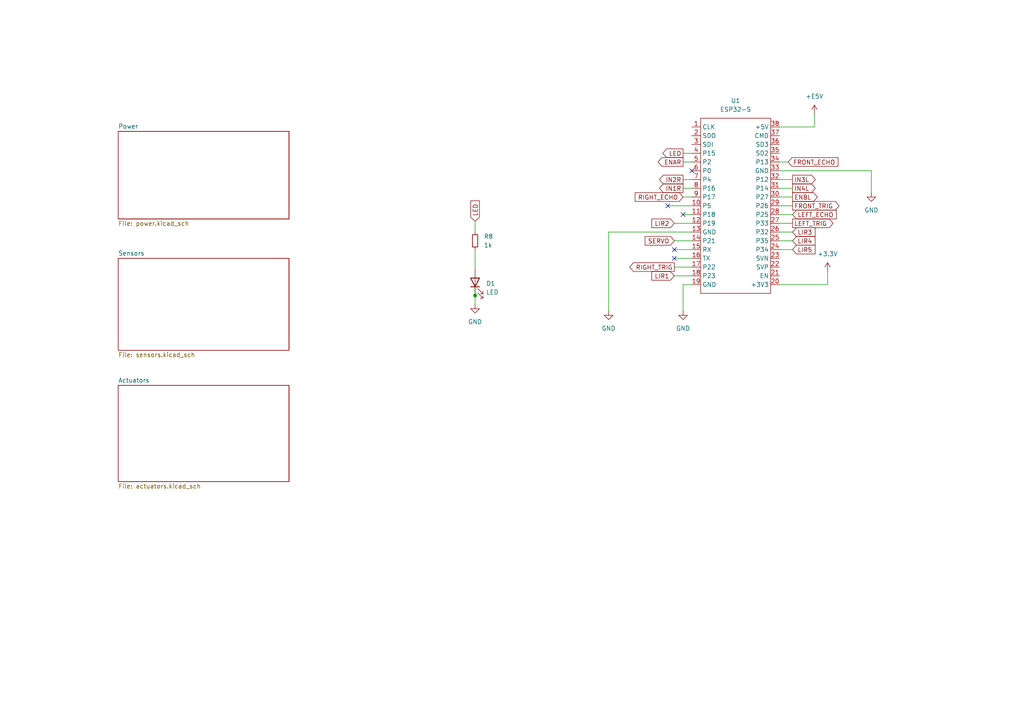
<source format=kicad_sch>
(kicad_sch (version 20211123) (generator eeschema)
  (paper "A4")
  (title_block (title "DOJO_ROBOT") (rev "1") (company "0804") (comment 1 "Drawn by MK"))
  (lib_symbols
    (symbol "Device:LED" (pin_numbers hide) (pin_names (offset 1.016) hide)
      (property "Reference" "D" (at 0 2.54 0))
      (property "Value" "LED" (at 0 -2.54 0))
      (symbol "LED_0_1"
        (polyline (pts (xy -1.27 -1.27) (xy -1.27 1.27)) (stroke (width 0.254)))
        (polyline (pts (xy -1.27 0) (xy 1.27 0)))
        (polyline (pts (xy 1.27 -1.27) (xy 1.27 1.27) (xy -1.27 0) (xy 1.27 -1.27)) (stroke (width 0.254)))
        (polyline (pts (xy -3.048 -0.762) (xy -4.572 -2.286) (xy -3.81 -2.286) (xy -4.572 -2.286) (xy -4.572 -1.524)))
        (polyline (pts (xy -1.778 -0.762) (xy -3.302 -2.286) (xy -2.54 -2.286) (xy -3.302 -2.286) (xy -3.302 -1.524)))
      )
      (symbol "LED_1_1"
        (pin passive line (at -3.81 0 0) (length 2.54) (name "K") (number "1"))
        (pin passive line (at 3.81 0 180) (length 2.54) (name "A") (number "2"))
      )
    )
    (symbol "Device:R_Small" (pin_numbers hide) (pin_names (offset 0.254) hide)
      (property "Reference" "R" (at 0.762 0.508 0))
      (property "Value" "R_Small" (at 0.762 -1.016 0))
      (symbol "R_Small_0_1"
        (rectangle (start -0.762 1.778) (end 0.762 -1.778) (stroke (width 0.2032)))
      )
      (symbol "R_Small_1_1"
        (pin passive line (at 0 2.54 270) (length 0.762) (name "~") (number "1"))
        (pin passive line (at 0 -2.54 90) (length 0.762) (name "~") (number "2"))
      )
    )
    (symbol "Userlibrary:+E5V" (power) (pin_names (offset 0))
      (property "Value" "+E5V" (at 0 5.08 0))
      (symbol "+E5V_0_1"
        (polyline (pts (xy -0.762 1.27) (xy 0 2.54)))
        (polyline (pts (xy 0 0) (xy 0 2.54)))
        (polyline (pts (xy 0 2.54) (xy 0.762 1.27)))
      )
      (symbol "+E5V_1_1"
        (pin power_in line (at 0 0 90) (length 0) hide (name "+E5V") (number "1"))
      )
    )
    (symbol "Userlibrary:ESP32-S"
      (property "Reference" "U" (at 0 0 0))
      (property "Value" "ESP32-S" (at 0 0 0))
      (symbol "ESP32-S_0_1"
        (polyline (pts (xy -10.16 -25.4) (xy 10.16 -25.4)))
        (polyline (pts (xy -10.16 -22.86) (xy -10.16 -25.4)))
        (polyline (pts (xy -10.16 -22.86) (xy -10.16 25.4)))
        (polyline (pts (xy 10.16 -25.4) (xy 10.16 25.4)))
        (polyline (pts (xy 10.16 25.4) (xy -10.16 25.4)))
      )
      (symbol "ESP32-S_1_1"
        (pin input line (at -12.7 22.86 0) (length 2.54) (name "CLK") (number "1"))
        (pin bidirectional line (at -12.7 0 0) (length 2.54) (name "P5") (number "10"))
        (pin bidirectional line (at -12.7 -2.54 0) (length 2.54) (name "P18") (number "11"))
        (pin bidirectional line (at -12.7 -5.08 0) (length 2.54) (name "P19") (number "12"))
        (pin power_in line (at -12.7 -7.62 0) (length 2.54) (name "GND") (number "13"))
        (pin input line (at -12.7 -10.16 0) (length 2.54) (name "P21") (number "14"))
        (pin input line (at -12.7 -12.7 0) (length 2.54) (name "RX") (number "15"))
        (pin input line (at -12.7 -15.24 0) (length 2.54) (name "TX") (number "16"))
        (pin input line (at -12.7 -17.78 0) (length 2.54) (name "P22") (number "17"))
        (pin bidirectional line (at -12.7 -20.32 0) (length 2.54) (name "P23") (number "18"))
        (pin power_in line (at -12.7 -22.86 0) (length 2.54) (name "GND") (number "19"))
        (pin input line (at -12.7 20.32 0) (length 2.54) (name "SDO") (number "2"))
        (pin power_out line (at 12.7 -22.86 180) (length 2.54) (name "+3V3") (number "20"))
        (pin input line (at 12.7 -20.32 180) (length 2.54) (name "EN") (number "21"))
        (pin input line (at 12.7 -17.78 180) (length 2.54) (name "SVP") (number "22"))
        (pin input line (at 12.7 -15.24 180) (length 2.54) (name "SVN") (number "23"))
        (pin bidirectional line (at 12.7 -12.7 180) (length 2.54) (name "P34") (number "24"))
        (pin bidirectional line (at 12.7 -10.16 180) (length 2.54) (name "P35") (number "25"))
        (pin bidirectional line (at 12.7 -7.62 180) (length 2.54) (name "P32") (number "26"))
        (pin bidirectional line (at 12.7 -5.08 180) (length 2.54) (name "P33") (number "27"))
        (pin bidirectional line (at 12.7 -2.54 180) (length 2.54) (name "P25") (number "28"))
        (pin bidirectional line (at 12.7 0 180) (length 2.54) (name "P26") (number "29"))
        (pin input line (at -12.7 17.78 0) (length 2.54) (name "SDI") (number "3"))
        (pin bidirectional line (at 12.7 2.54 180) (length 2.54) (name "P27") (number "30"))
        (pin bidirectional line (at 12.7 5.08 180) (length 2.54) (name "P14") (number "31"))
        (pin bidirectional line (at 12.7 7.62 180) (length 2.54) (name "P12") (number "32"))
        (pin power_in line (at 12.7 10.16 180) (length 2.54) (name "GND") (number "33"))
        (pin bidirectional line (at 12.7 12.7 180) (length 2.54) (name "P13") (number "34"))
        (pin input line (at 12.7 15.24 180) (length 2.54) (name "SD2") (number "35"))
        (pin input line (at 12.7 17.78 180) (length 2.54) (name "SD3") (number "36"))
        (pin input line (at 12.7 20.32 180) (length 2.54) (name "CMD") (number "37"))
        (pin power_in line (at 12.7 22.86 180) (length 2.54) (name "+5V") (number "38"))
        (pin bidirectional line (at -12.7 15.24 0) (length 2.54) (name "P15") (number "4"))
        (pin bidirectional line (at -12.7 12.7 0) (length 2.54) (name "P2") (number "5"))
        (pin input line (at -12.7 10.16 0) (length 2.54) (name "P0") (number "6"))
        (pin bidirectional line (at -12.7 7.62 0) (length 2.54) (name "P4") (number "7"))
        (pin bidirectional line (at -12.7 5.08 0) (length 2.54) (name "P16") (number "8"))
        (pin bidirectional line (at -12.7 2.54 0) (length 2.54) (name "P17") (number "9"))
      )
    )
    (symbol "power:+3.3V" (power) (pin_names (offset 0))
      (property "Value" "+3.3V" (at 0 3.556 0))
      (symbol "+3.3V_0_1"
        (polyline (pts (xy -0.762 1.27) (xy 0 2.54)))
        (polyline (pts (xy 0 0) (xy 0 2.54)))
        (polyline (pts (xy 0 2.54) (xy 0.762 1.27)))
      )
      (symbol "+3.3V_1_1"
        (pin power_in line (at 0 0 90) (length 0) hide (name "+3.3V") (number "1"))
      )
    )
    (symbol "power:GND" (power) (pin_names (offset 0))
      (property "Value" "GND" (at 0 -3.81 0))
      (symbol "GND_0_1"
        (polyline (pts (xy 0 0) (xy 0 -1.27) (xy 1.27 -1.27) (xy 0 -2.54) (xy -1.27 -1.27) (xy 0 -1.27)))
      )
      (symbol "GND_1_1"
        (pin power_in line (at 0 0 270) (length 0) hide (name "GND") (number "1"))
      )
    )
  )
  (junction (at 137.795 85.725))
  (no_connect (at 193.675 59.69))
  (no_connect (at 198.12 62.23))
  (no_connect (at 200.66 49.53))
  (no_connect (at 195.58 74.93))
  (no_connect (at 195.58 72.39))
  (wire (pts (xy 195.58 69.85) (xy 200.66 69.85)))
  (wire (pts (xy 226.06 82.55) (xy 240.03 82.55)))
  (wire (pts (xy 252.73 49.53) (xy 226.06 49.53)))
  (wire (pts (xy 226.06 62.23) (xy 229.87 62.23)))
  (wire (pts (xy 198.12 52.07) (xy 200.66 52.07)))
  (wire (pts (xy 240.03 78.74) (xy 240.03 82.55)))
  (wire (pts (xy 226.06 36.83) (xy 236.22 36.83)))
  (wire (pts (xy 195.58 80.01) (xy 200.66 80.01)))
  (wire (pts (xy 226.06 57.15) (xy 229.87 57.15)))
  (wire (pts (xy 137.795 85.725) (xy 137.795 88.265)))
  (wire (pts (xy 137.795 72.39) (xy 137.795 78.105)))
  (wire (pts (xy 195.58 72.39) (xy 200.66 72.39)))
  (wire (pts (xy 226.06 54.61) (xy 229.87 54.61)))
  (wire (pts (xy 226.06 69.85) (xy 229.87 69.85)))
  (wire (pts (xy 226.06 46.99) (xy 228.6 46.99)))
  (wire (pts (xy 226.06 59.69) (xy 229.87 59.69)))
  (wire (pts (xy 176.53 67.31) (xy 200.66 67.31)))
  (wire (pts (xy 195.58 77.47) (xy 200.66 77.47)))
  (wire (pts (xy 200.66 82.55) (xy 198.12 82.55)))
  (wire (pts (xy 226.06 72.39) (xy 229.87 72.39)))
  (wire (pts (xy 137.795 64.135) (xy 137.795 67.31)))
  (wire (pts (xy 137.795 83.185) (xy 137.795 85.725)))
  (wire (pts (xy 252.73 55.88) (xy 252.73 49.53)))
  (wire (pts (xy 195.58 74.93) (xy 200.66 74.93)))
  (wire (pts (xy 198.12 57.15) (xy 200.66 57.15)))
  (wire (pts (xy 226.06 52.07) (xy 229.87 52.07)))
  (wire (pts (xy 198.12 54.61) (xy 200.66 54.61)))
  (wire (pts (xy 198.12 82.55) (xy 198.12 90.17)))
  (wire (pts (xy 198.12 44.45) (xy 200.66 44.45)))
  (wire (pts (xy 236.22 36.83) (xy 236.22 33.02)))
  (wire (pts (xy 195.58 64.77) (xy 200.66 64.77)))
  (wire (pts (xy 198.12 46.99) (xy 200.66 46.99)))
  (wire (pts (xy 176.53 90.17) (xy 176.53 67.31)))
  (wire (pts (xy 193.675 59.69) (xy 200.66 59.69)))
  (wire (pts (xy 198.12 62.23) (xy 200.66 62.23)))
  (wire (pts (xy 226.06 64.77) (xy 229.87 64.77)))
  (wire (pts (xy 226.06 67.31) (xy 229.87 67.31)))
  (global_label "FRONT_TRIG" (shape output) (at 229.87 59.69 0) (property "Intersheet References" "${INTERSHEET_REFS}" (effects hide)))
  (global_label "LEFT_ECHO" (shape input) (at 229.87 62.23 0) (property "Intersheet References" "${INTERSHEET_REFS}" (effects hide)))
  (global_label "RIGHT_TRIG" (shape output) (at 195.58 77.47 180) (property "Intersheet References" "${INTERSHEET_REFS}" (effects hide)))
  (global_label "SERVO" (shape input) (at 195.58 69.85 180) (property "Intersheet References" "${INTERSHEET_REFS}" (effects hide)))
  (global_label "LED" (shape input) (at 137.795 64.135 90) (property "Intersheet References" "${INTERSHEET_REFS}" (effects hide)))
  (global_label "LEFT_TRIG" (shape output) (at 229.87 64.77 0) (property "Intersheet References" "${INTERSHEET_REFS}" (effects hide)))
  (global_label "LIR5" (shape input) (at 229.87 72.39 0) (property "Intersheet References" "${INTERSHEET_REFS}" (effects hide)))
  (global_label "LED" (shape output) (at 198.12 44.45 180) (property "Intersheet References" "${INTERSHEET_REFS}" (effects hide)))
  (global_label "RIGHT_ECHO" (shape input) (at 198.12 57.15 180) (property "Intersheet References" "${INTERSHEET_REFS}" (effects hide)))
  (global_label "IN2R" (shape output) (at 198.12 52.07 180) (property "Intersheet References" "${INTERSHEET_REFS}" (effects hide)))
  (global_label "ENAR" (shape output) (at 198.12 46.99 180) (property "Intersheet References" "${INTERSHEET_REFS}" (effects hide)))
  (global_label "IN3L" (shape output) (at 229.87 52.07 0) (property "Intersheet References" "${INTERSHEET_REFS}" (effects hide)))
  (global_label "IN4L" (shape output) (at 229.87 54.61 0) (property "Intersheet References" "${INTERSHEET_REFS}" (effects hide)))
  (global_label "LIR2" (shape input) (at 195.58 64.77 180) (property "Intersheet References" "${INTERSHEET_REFS}" (effects hide)))
  (global_label "ENBL" (shape output) (at 229.87 57.15 0) (property "Intersheet References" "${INTERSHEET_REFS}" (effects hide)))
  (global_label "LIR3" (shape input) (at 229.87 67.31 0) (property "Intersheet References" "${INTERSHEET_REFS}" (effects hide)))
  (global_label "LIR1" (shape input) (at 195.58 80.01 180) (property "Intersheet References" "${INTERSHEET_REFS}" (effects hide)))
  (global_label "IN1R" (shape output) (at 198.12 54.61 180) (property "Intersheet References" "${INTERSHEET_REFS}" (effects hide)))
  (global_label "LIR4" (shape input) (at 229.87 69.85 0) (property "Intersheet References" "${INTERSHEET_REFS}" (effects hide)))
  (global_label "FRONT_ECHO" (shape input) (at 228.6 46.99 0) (property "Intersheet References" "${INTERSHEET_REFS}" (effects hide)))
  (symbol (lib_id "power:GND") (at 176.53 90.17 0) (unit 1)
    (property "Reference" "#PWR0105" (effects hide))
    (property "Value" "GND" (at 176.53 95.25 0))
  )
  (symbol (lib_id "Userlibrary:ESP32-S") (at 213.36 59.69 0) (unit 1) (in_bom no)
    (property "Reference" "U1" (at 213.36 29.21 0))
    (property "Value" "ESP32-S" (at 213.36 31.75 0))
    (property "Footprint" "UserLibrary:ESP32-S" (effects hide))
    (property "Datasheet" "https://docs.ai-thinker.com/_media/esp32/docs/nodemcu-32s_product_specification.pdf" (effects hide))
    (property "Nerokas link" "https://store.nerokas.co.ke/index.php?route=product/product&product_id=2281&search=esp32&description=true" (effects hide))
  )
  (symbol (lib_id "power:GND") (at 198.12 90.17 0) (unit 1)
    (property "Reference" "#PWR0104" (effects hide))
    (property "Value" "GND" (at 198.12 95.25 0))
  )
  (symbol (lib_id "power:GND") (at 252.73 55.88 0) (unit 1)
    (property "Reference" "#PWR0103" (effects hide))
    (property "Value" "GND" (at 252.73 60.96 0))
  )
  (symbol (lib_id "power:GND") (at 137.795 88.265 0) (unit 1)
    (property "Reference" "#PWR0102" (effects hide))
    (property "Value" "GND" (at 137.795 93.345 0))
  )
  (symbol (lib_id "Device:LED") (at 137.795 81.915 90) (unit 1)
    (property "Reference" "D1" (at 140.97 82.2324 90) (effects (justify right)))
    (property "Value" "LED" (at 140.97 84.7724 90) (effects (justify right)))
    (property "Footprint" "UserLibrary:PinHeader_1x02_P2.54mm_Vertical" (effects hide))
  )
  (symbol (lib_id "Device:R_Small") (at 137.795 69.85 0) (unit 1)
    (property "Reference" "R8" (at 140.335 68.5799 0) (effects (justify left)))
    (property "Value" "1k" (at 140.335 71.1199 0) (effects (justify left)))
    (property "Footprint" "UserLibrary:R_Axial_DIN0207_L6.3mm_D2.5mm_P10.16mm_Horizontal" (effects hide))
  )
  (symbol (lib_id "Userlibrary:+E5V") (at 236.22 33.02 0) (unit 1)
    (property "Reference" "#PWR01" (effects hide))
    (property "Value" "+E5V" (at 236.22 27.94 0))
  )
  (symbol (lib_id "power:+3.3V") (at 240.03 78.74 0) (unit 1)
    (property "Reference" "#PWR0101" (effects hide))
    (property "Value" "+3.3V" (at 240.03 73.66 0))
  )
  (sheet (at 34.29 111.76) (size 49.53 27.94) (stroke (width 0.1524))
    (property "Sheet name" "Actuators" (at 34.29 111.0484 0) (effects (justify left bottom)))
    (property "Sheet file" "actuators.kicad_sch" (at 34.29 140.2846 0) (effects (justify left top)))
  )
  (sheet (at 34.29 38.1) (size 49.53 25.4) (stroke (width 0.1524))
    (property "Sheet name" "Power" (at 34.29 37.3884 0) (effects (justify left bottom)))
    (property "Sheet file" "power.kicad_sch" (at 34.29 64.0846 0) (effects (justify left top)))
  )
  (sheet (at 34.29 74.93) (size 49.53 26.67) (stroke (width 0.1524))
    (property "Sheet name" "Sensors" (at 34.29 74.2184 0) (effects (justify left bottom)))
    (property "Sheet file" "sensors.kicad_sch" (at 34.29 102.1846 0) (effects (justify left top)))
  )
)
</source>
